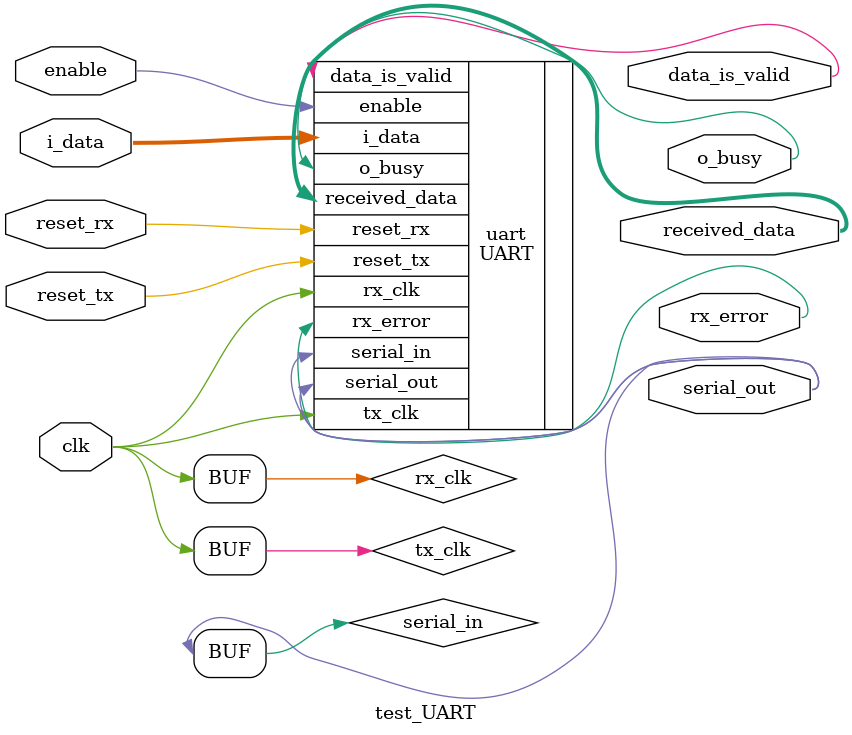
<source format=v>
`default_nettype none

`define LOOPBACK 1

module test_UART(reset_tx, reset_rx, serial_out, enable, i_data, o_busy, received_data, data_is_valid, rx_error,
`ifndef FORMAL
clk
`endif);

parameter INPUT_DATA_WIDTH = 8;
parameter PARITY_ENABLED = 1;
parameter PARITY_TYPE = 0;  // 0 = even parity, 1 = odd parity

`ifndef FORMAL
input clk;
wire tx_clk = clk;
wire rx_clk = clk;
`endif

input reset_tx, reset_rx;

// transmitter signals
input enable;
input [(INPUT_DATA_WIDTH-1):0] i_data;
output o_busy;
output serial_out;

`ifdef FORMAL
wire baud_clk;
wire [(INPUT_DATA_WIDTH+PARITY_ENABLED+1):0] shift_reg;  // Tx internal PISO
reg [(INPUT_DATA_WIDTH+PARITY_ENABLED+1):0] expected_shift_reg;
`endif

// receiver signals
wire serial_in;
output reg data_is_valid;
output reg rx_error;
output reg [(INPUT_DATA_WIDTH-1):0] received_data;

`ifdef FORMAL
localparam NUMBER_OF_BITS = INPUT_DATA_WIDTH + PARITY_ENABLED + 2;   // 1 start bit, 8 data bits, 1 parity bit, 1 stop bit
wire [($clog2(NUMBER_OF_BITS)-1) : 0] state;  // for Rx
wire serial_in_synced, start_detected, sampling_strobe, data_is_available;
`endif

UART uart(.tx_clk(tx_clk), .rx_clk(rx_clk), .reset_tx(reset_tx), .reset_rx(reset_rx), .serial_out(serial_out), .enable(enable), .o_busy(o_busy), .serial_in(serial_in), .received_data(received_data), .data_is_valid(data_is_valid), .rx_error(rx_error), 
`ifdef FORMAL
	.i_data(data_reg), .state(state), .baud_clk(baud_clk), .shift_reg(shift_reg), .serial_in_synced(serial_in_synced), .start_detected(start_detected), .sampling_strobe(sampling_strobe), .data_is_available(data_is_available)
`else
	.i_data(i_data)
`endif
);

assign serial_in = serial_out; // tx goes to rx, so that we know that our UART works at least in terms of logic-wise

`ifdef FORMAL

localparam Rx_IDLE       = 4'b0000;
localparam Rx_START_BIT  = 4'b0001;
localparam Rx_DATA_BIT_0 = 4'b0010;
localparam Rx_DATA_BIT_1 = 4'b0011;
localparam Rx_DATA_BIT_2 = 4'b0100;
localparam Rx_DATA_BIT_3 = 4'b0101;
localparam Rx_DATA_BIT_4 = 4'b0110;
localparam Rx_DATA_BIT_5 = 4'b0111;
localparam Rx_DATA_BIT_6 = 4'b1000;
localparam Rx_DATA_BIT_7 = 4'b1001;
localparam Rx_PARITY_BIT = 4'b1010;
localparam Rx_STOP_BIT   = 4'b1011;

localparam NUMBER_OF_RX_SYNCHRONIZERS = 3; // three FF synhronizers for clock domain crossing
localparam CLOCKS_PER_BIT = 8;

reg had_been_enabled;   // a signal to latch Tx 'enable' signal
reg[($clog2(NUMBER_OF_BITS)-1) : 0] cnt;  // to track the number of transmitter clock cycles (baud_clk) incurred between assertion of 'tx_in_progress' signal from Tx and assertion of 'data_is_valid' signal from Rx

reg tx_in_progress; 
reg first_clock_passed_tx, first_clock_passed_rx;

initial begin
	had_been_enabled = 0;  
	cnt = 0;
	tx_in_progress = 0;
	first_clock_passed_tx = 0;
	first_clock_passed_rx = 0;
end


// refer to https://www.allaboutcircuits.com/technical-articles/the-uart-baud-rate-clock-how-accurate-does-it-need-to-be/ for feasible ratio of tx_clk/rx_clk

localparam rx_clk_increment = 129135;  // rx_clk is slower than tx_clk by a factor of 1.015 or equivalently slower than $global_clock by a factor of (1.015*4)
localparam counter_rx_clk_bit_width = 19; // (2^19)/(1.015*4) = 129134.9754 ~= 129135
reg	[counter_rx_clk_bit_width-1:0]	counter_rx_clk = 0;
reg rx_clk = 0;

always @($global_clock)  // generation of rx_clk which is 1.5% frequency deviation from tx_clk
begin
	if(reset_rx) begin
		rx_clk <= 0;
		counter_rx_clk <= 0;	
	end
	
	else begin
		{ rx_clk, counter_rx_clk} <= counter_rx_clk + rx_clk_increment; // the actual rx_clk is slower than tx_clk by a factor 1.015 or 1.5 percent
		//if(counter_rx_clk + rx_clk_increment > {counter_rx_clk_bit_width{1'b1}}) counter_rx_clk <= 0; // restarting from zero when the addition result exceeding the maximum bitwidth
	end
end

localparam TX_CLK_THRESHOLD = 4;  // divides $global_clock by 4 to obtain ck_stb which is just a clock enable signal

reg [($clog2(TX_CLK_THRESHOLD)-1):0] counter_tx_clk = 0;
reg tx_clk = 0;

always @(*) 
begin
	assume(!reset_tx);
	assume(!reset_rx);
	cover(tx_clk);
	cover(rx_clk);
end

always @($global_clock)
begin
	if(reset_tx) counter_tx_clk <= 1; 
	
	else begin
		if(tx_clk)
		  	counter_tx_clk <= 1;    
		else
		  	counter_tx_clk <= counter_tx_clk + 1;
	end	  	
end

always @($global_clock)
begin
	if(reset_tx) tx_clk <= 0;

	else tx_clk <= (counter_tx_clk == TX_CLK_THRESHOLD-1'b1);
end

always @($global_clock)
begin
	assert(counter_tx_clk <= (TX_CLK_THRESHOLD - 1));

	if(first_clock_passed_tx) begin
		if($past(reset_tx)) begin
			assert(tx_clk == 0);
			assert(counter_tx_clk == 1);
		end

		else begin
			assert((tx_clk && $past(tx_clk)) == 0);  // asserts that tx_clk is only single pulse HIGH
			
			assert((($past(counter_tx_clk) - counter_tx_clk) == (TX_CLK_THRESHOLD-1'b1)) || ((counter_tx_clk - $past(counter_tx_clk)) == 1));  // to keep the increasing trend for induction test purpose such that tx_clk occurs at the correct period interval 
			
			if($past(counter_tx_clk) == TX_CLK_THRESHOLD-1'b1) // && (counter_tx_clk == 1)) 
				assert(tx_clk);
			else 
				assert(!tx_clk);
		end
	end
end

always @($global_clock)
begin
	assert(counter_rx_clk < (1 << counter_rx_clk_bit_width));

	if(first_clock_passed_rx) begin
		if($past(reset_rx)) begin
			assert(rx_clk == 0);
			assert(counter_rx_clk == 0);
		end

		else begin	
			assert((rx_clk && $past(rx_clk)) == 0);  // asserts that tx_clk is only single pulse HIGH
			
			if($past(reset_rx)) assert(counter_rx_clk == 0);
			
			else begin // to keep the increasing trend for induction test purpose such that tx_clk occurs at the correct period interval 
				if(counter_rx_clk == 0)
					assert(($past(counter_rx_clk) - counter_rx_clk) == rx_clk_increment);
				
				else if(counter_rx_clk >= rx_clk_increment) 
					assert((counter_rx_clk - $past(counter_rx_clk)) == rx_clk_increment);  
			end
			
			if(counter_rx_clk < rx_clk_increment)
				assert(rx_clk);
			else 
				assert(!rx_clk);
		end
	end
end

always @(posedge tx_clk) first_clock_passed_tx <= 1;

always @(posedge rx_clk) first_clock_passed_rx <= 1;

/*reg tx_had_initial_reset = 0;
reg rx_had_initial_reset = 0;
reg first_clock_passed = 0;

always @($global_clock)
begin
	first_clock_passed <= 1;

	if(first_clock_passed && !first_clock_passed_tx && !tx_had_initial_reset) begin
		tx_had_initial_reset <= 1;
		assume(reset_tx);
	end
	
	//if($past(reset_tx)) assume(!reset_tx);  // single reset pulse
	
	//if(!first_clock_passed_rx)  assume(!reset_rx && $past(reset_rx));
end*/

wire [($clog2(NUMBER_OF_BITS)-1) : 0] stop_bit_location_plus_one = stop_bit_location + 1;
wire [($clog2(NUMBER_OF_BITS)-1) : 0] stop_bit_location_plus_two = stop_bit_location_plus_one + 1;
wire [($clog2(NUMBER_OF_BITS)-1) : 0] stop_bit_location;
wire [($clog2(NUMBER_OF_BITS)-1) : 0] parity_bit_location = stop_bit_location - 1;

assign stop_bit_location = (cnt < NUMBER_OF_BITS) ? (NUMBER_OF_BITS - 1 - cnt) : 0;  // if not during UART transmission, set to zero as default for no specific reason


always @(posedge tx_clk)
begin
	assert(cnt <= NUMBER_OF_BITS);
	assert(stop_bit_location < NUMBER_OF_BITS);
	
	if(first_clock_passed_tx) begin
		if($past(reset_tx) == 0) begin 
			if(cnt < NUMBER_OF_BITS) begin
				assert(stop_bit_location == (NUMBER_OF_BITS - 1 - cnt));
			end
		end

		if($past(first_clock_passed_tx) == 0) begin
			assert($past(&shift_reg) == 1);
		end
	end
end

always @(posedge tx_clk)
begin
    if(reset_tx) begin
        cnt <= 0;
		tx_in_progress <= 0;
    end

	else if(baud_clk) begin
		if(tx_in_progress || had_been_enabled) begin
			if(cnt < NUMBER_OF_BITS) cnt <= cnt + 1;
			else cnt <= 0;
		end
		
		else cnt <= 0;
		
		tx_in_progress <= (had_been_enabled || enable);  // Tx only operates at every rising edge of 'baud_clk' (Tx's clock)
	end   
	
	else begin
        if(enable && (!had_been_enabled)) begin
    	    cnt <= 0;  
    	end
    	   	
        if((cnt == NUMBER_OF_BITS) && !had_been_enabled) begin
        	tx_in_progress <= 0;
        end

		//else tx_in_progress <= had_been_enabled;
    end
end

always @(posedge tx_clk)
begin    
    if((first_clock_passed_tx) && !($past(reset_tx)) && 
	  ((!($past(baud_clk)) && $past(tx_in_progress) && $past(had_been_enabled)) 
    || ($past(tx_in_progress) && $past(had_been_enabled)) 
    || ($past(had_been_enabled) || $past(enable)) && ($past(baud_clk)) && !($past(tx_in_progress)) 
    || (($past(baud_clk)) && $past(had_been_enabled)))) begin  // ((just finished transmitting the END bit, but baud_clk still not asserted yet) OR (still busy transmitting) OR (just enabled) OR (END bit finishes transmission with baud_clk asserted, and Tx is enabled immediately after this))
		assert(tx_in_progress);
	end
	   	
	else begin
		assert(!tx_in_progress);
	end
end

`ifdef LOOPBACK
// In a Tx->Rx joint proof, we want to assert that all the bits received by the receiver at any given point in time are equal to all the bits sent by the transmitter 

always @(posedge tx_clk) begin
	if(first_clock_passed_tx && $past(reset_tx)) begin
		assert(cnt == 0);
	end
end

always @(posedge rx_clk) begin  // for induction, checks the relationship between Tx 'cnt' and Rx 'state'
	if(first_clock_passed_tx && first_clock_passed_rx) begin
	
		if((state == Rx_IDLE) && ($past(state) == Rx_IDLE)) begin
			if(serial_in == 1)
				assert(cnt == 0);
			else
				assert(cnt == 1);
		end	
		
		else if((state == Rx_IDLE) && ($past(state) == Rx_STOP_BIT)) begin
			if(had_been_enabled) begin
				if($past(baud_clk)) begin
					if($past(enable)) assert(cnt == 0);

					else assert(cnt == 1);
				end

				else assert(cnt == 0);
			end

			else begin // for phase difference between tx and rx clks
				if(baud_clk) assert(cnt == NUMBER_OF_BITS);
				
				else assert(cnt == 0);
			end
		end
		
		else if((state >= Rx_START_BIT) && (state <= Rx_PARITY_BIT)) begin
			assert(cnt == state);
		end
		
		else begin // (state == Rx_STOP_BIT)
			if(tx_in_progress || !had_been_enabled)
				assert(cnt == state);
			else begin
				assert((cnt == 0) || (cnt == NUMBER_OF_BITS));
			end
		end
	end
end


always @(posedge rx_clk) begin
	if(first_clock_passed_rx) begin
		if(state == Rx_IDLE) begin
			if(($past(reset_rx)) || (($past(state) == Rx_IDLE)) || ($past(state, CLOCKS_PER_BIT) == Rx_STOP_BIT)) begin
				assert(received_data == {INPUT_DATA_WIDTH{1'b0}});
			end
			
			else assert(received_data == data_reg);
		end
		
		else if(state == Rx_START_BIT)
			assert(received_data == {INPUT_DATA_WIDTH{1'b0}});
			
		else if(state == Rx_DATA_BIT_0)
			assert(received_data == {INPUT_DATA_WIDTH{1'b0}});  // Rx shift reg is updated one 'sampling_strobe' cycle later than 'serial_in_synced'
			
		else if(state == Rx_STOP_BIT) begin
			if(data_is_valid) begin
				if(reset_tx) assert(data_reg == {INPUT_DATA_WIDTH{1'b1}});
				
				else assert(received_data == data_reg);
			end
			
			else
				assert(received_data == {INPUT_DATA_WIDTH{1'b0}});
		end
	end		
end


generate

genvar cnt_idx;  // for induction, checks the relationship between 'state' and 'received_data'

for(cnt_idx=Rx_DATA_BIT_1; (cnt_idx < Rx_STOP_BIT); cnt_idx=cnt_idx+1) begin

	always @($global_clock) begin
		if((first_clock_passed_tx && !$past(reset_tx) && !reset_tx) && (first_clock_passed_rx && !$past(reset_rx))) begin
			if(state == cnt_idx) begin
				assert(received_data == {data_reg[cnt_idx-NUMBER_OF_RX_SYNCHRONIZERS:0] , {(INPUT_DATA_WIDTH-cnt_idx+NUMBER_OF_RX_SYNCHRONIZERS-1){1'b0}}});
			end
		end
	end
	
end

endgenerate

`endif

wire [($clog2(INPUT_DATA_WIDTH + NUMBER_OF_BITS + NUMBER_OF_RX_SYNCHRONIZERS) - 1) : 0] data_reg_index [(INPUT_DATA_WIDTH-1) : 0];
wire [(INPUT_DATA_WIDTH-1) : 0] Tx_shift_reg_assertion;

wire tx_shift_reg_contains_data_bits = ((tx_in_progress) && (cnt > 1) && (cnt < (INPUT_DATA_WIDTH + PARITY_ENABLED)));  // shift_reg is one clock cycle before the data bits get registered to serial_out
	
// for induction purpose, checks whether the Tx PISO shift_reg is shifting out all 'INPUT_DATA_WIDTH' data bits correctly

generate
	genvar Tx_shift_reg_index;	

	for(Tx_shift_reg_index=(INPUT_DATA_WIDTH - 1); Tx_shift_reg_index >= 0; Tx_shift_reg_index=Tx_shift_reg_index-1) 
	begin : assert_Tx_shift_reg_label

		// predicate logic simplification using deMorgan Theorem
		// if (A and B) assert(C); is the same as assert((!A) || (!B) || C);  

		assign data_reg_index[Tx_shift_reg_index] = (Tx_shift_reg_index <= (INPUT_DATA_WIDTH - cnt)) ? (Tx_shift_reg_index + cnt - 1) : (INPUT_DATA_WIDTH - 1);

		assign Tx_shift_reg_assertion[Tx_shift_reg_index] = (!(Tx_shift_reg_index <= (INPUT_DATA_WIDTH - cnt))) || (!tx_shift_reg_contains_data_bits) || (shift_reg[Tx_shift_reg_index] == data_reg[data_reg_index[Tx_shift_reg_index]]);    
		
		always @(posedge tx_clk) begin 			
			assert(Tx_shift_reg_assertion[Tx_shift_reg_index]);
		end
		
		/*
		always @(*) begin
			if(Tx_shift_reg_index <= (INPUT_DATA_WIDTH - cnt)) begin
			
				data_reg_index[Tx_shift_reg_index] = Tx_shift_reg_index + cnt - 1;	

				if(tx_shift_reg_contains_data_bits) begin
					Tx_shift_reg_assertion[Tx_shift_reg_index] = (shift_reg[Tx_shift_reg_index] == data_reg[data_reg_index[Tx_shift_reg_index]]);
					
					assert(Tx_shift_reg_assertion[Tx_shift_reg_index]);
				end
			end
		end*/
	end
endgenerate

generate
	genvar Tx_index;	

	for(Tx_index = 1; (Tx_index > 1) && (Tx_index < (INPUT_DATA_WIDTH + PARITY_ENABLED + 1)); Tx_index=Tx_index+1) 
	begin 

		always@(posedge tx_clk) begin
			if(!reset_tx && tx_in_progress && first_clock_passed_tx) begin
				if(cnt == Tx_index) begin  // during UART data bits transmission
					expected_shift_reg <= {{(Tx_index){1'b0}} , 1'b1, (^data_reg), data_reg[INPUT_DATA_WIDTH-1:cnt-1]};
					
					assert(shift_reg == $past(expected_shift_reg));
				end
			end
		end
	end
endgenerate
							
always @(posedge tx_clk)
begin
    if(first_clock_passed_tx && $past(reset_tx)) begin
    	assert(&shift_reg == 1);
    	assert(cnt == 0);
    end	
end
			
always @(posedge tx_clk)
begin
	if(first_clock_passed_tx) begin
		if($past(reset_tx)) begin
			assert(!had_been_enabled);
		end   

		else begin
		    if((($past(tx_in_progress)) && ($past(cnt) == NUMBER_OF_BITS) && !($past(enable))) || (!$past(had_been_enabled) && !tx_in_progress && !$past(enable))) 
		    	assert(!had_been_enabled);
			
			else assert(had_been_enabled);
		end		
	end	
end	
	
wire [INPUT_DATA_WIDTH-1:0] data_reg; // this variable stores the tx data for a particular tx transmission

always @(*)
begin
    if(reset_tx) begin
    	data_reg <= {INPUT_DATA_WIDTH{1'b1}};
    	assert(data_reg == {INPUT_DATA_WIDTH{1'b1}});
    end
    
    else if(enable && (!had_been_enabled)) begin
    	data_reg <= i_data;  // this is more realistic, we only want i_data whenever enable signal is asserted
    	assert(data_reg == i_data);
    end
    
    else if(tx_in_progress && (cnt == NUMBER_OF_BITS)) begin  // UART stop bit transmission which signifies the end of UART transmission			
		if(enable) begin
			data_reg <= i_data;
			assert(data_reg == i_data);
		end
	end
end

always @(posedge tx_clk)
begin
    if(reset_tx) begin
    	had_been_enabled <= 0;
    end
    
    else if(enable && (!had_been_enabled)) begin
    	had_been_enabled <= 1;
    end
    
    else if(tx_in_progress && (cnt == NUMBER_OF_BITS)) begin  // UART stop bit transmission which signifies the end of UART transmission
			
		if(enable) begin
			had_been_enabled <= 1;
		end
		
		else begin
		 	had_been_enabled <= 0;
		end
	end
	
	//else had_been_enabled <= 0;
end
							
always @(posedge tx_clk)
begin
    if(enable && (!had_been_enabled)) begin           
	    
	    if((|shift_reg == 0) && (stop_bit_location == 0))  // just finished transmission
	    	assert(cnt == NUMBER_OF_BITS);
	    else 
	    	assert(cnt == 0);
	    
    	assert(serial_out == 1);
    	assert(o_busy == 0);
    end

	else if((!tx_in_progress) && (had_been_enabled)) begin // waiting for the start of UART transmission
		assert((cnt == 0) || (cnt == NUMBER_OF_BITS));
		assert(serial_out == 1);
		assert(shift_reg == {1'b1, ^data_reg, data_reg, 1'b0});  // ^data is even parity bit
		
		assert(o_busy == 1);
	end

	else if(tx_in_progress) begin
		if(cnt == 0) begin
			if(first_clock_passed_tx) begin
		 		if (!$past(enable) && !$past(had_been_enabled)) 
		 			assert(!had_been_enabled);
		 		else
		 			assert(had_been_enabled);
		 	end
		 	
		 	else assert(!had_been_enabled); // not enabled at the beginning of time
		end
		
		else if(((cnt >= 1) && (cnt <= NUMBER_OF_BITS-1)) || ((cnt == NUMBER_OF_BITS) && ($past(cnt) == NUMBER_OF_BITS-1))) assert(had_been_enabled);
	
		if(cnt == 1) begin
			assert(serial_out == 0);  // start bit
			assert(shift_reg == {1'b0, 1'b1, (^data_reg), data_reg});
			assert(o_busy == 1);
		end
		
		else if((cnt > 1) && (cnt < (INPUT_DATA_WIDTH + PARITY_ENABLED + 1))) begin  // during UART data bits transmission
			
			assert(shift_reg == {1'b1, (^data_reg), data_reg, 1'b0 } >> cnt);
			if($past(baud_clk)) assert(serial_out == $past(shift_reg[0]));
			assert(shift_reg[stop_bit_location] == 1);					
			assert(o_busy == 1);				
		end
		
		else if(cnt == (INPUT_DATA_WIDTH + PARITY_ENABLED + 1)) begin  // during UART parity bit transmission
		
			//assert((state - cnt + NUMBER_OF_RX_SYNCHRONIZERS) == Rx_PARITY_BIT);

			assert(serial_out == (^data_reg));
			assert(shift_reg == 1);
			//assert(data_is_valid == 0);					
			assert(o_busy == 1);				
		end
		
		else if(cnt == NUMBER_OF_BITS) begin  // UART stop bit transmission which signifies the end of UART transmission
			
			assert(serial_out == 1); // stop bit
			
			if(($past(enable) && !($past(o_busy)) && (had_been_enabled)) | (shift_reg != 0)) begin 	// Tx is requested to start next series of data transmission OR Tx is now being prepared for the next series
				
				assert(shift_reg == {1'b1, (^data_reg), data_reg, 1'b0} );   // transmit LSB first: 1 = stop bit, parity_bit, data_bits, 0 = start bit 
			end
			
			else begin
				assert(shift_reg == 0);
			end
			
			if($past(shift_reg) == 1) begin
				assert(o_busy);
			end
			
			else begin
				if(($past(enable) && !($past(o_busy)) && (had_been_enabled)) | (shift_reg != 0)) begin
					assert(o_busy);
				end
				
				else begin
					assert(!o_busy);
				end
			end
		end
		
		else begin  // UART Rx internal states
			assert(cnt == 0);  // cnt gets reset to zero
		end
	end
end

always @(posedge rx_clk) 
begin
	if(first_clock_passed_rx) begin
		if(tx_in_progress) begin  // UART Rx internal states
			
			//assert(cnt == 0);  // cnt gets reset to zero

			if(state == Rx_IDLE) begin
				assert(data_is_valid == 0);
				
				if($past(serial_in, NUMBER_OF_RX_SYNCHRONIZERS)) // || !$past(first_clock_passed, NUMBER_OF_RX_SYNCHRONIZERS))
					assert(serial_in_synced == 1);
				else
					assert(serial_in_synced == 0);	// start bit falling edge		
			end

			else if(state == Rx_START_BIT) begin
				assert(data_is_valid == 0);
				assert(serial_in_synced == 0);				
			end

			else if((state > Rx_START_BIT) && (state < Rx_PARITY_BIT)) begin // data bits
				assert(data_is_valid == 0);	
				
				if($past(sampling_strobe) && $past(data_is_available))
					assert($past(serial_in_synced) == received_data[INPUT_DATA_WIDTH-1]);	
					
				else assert($past(serial_in, NUMBER_OF_RX_SYNCHRONIZERS) == serial_in_synced);	
			end

			else if(state == Rx_PARITY_BIT) begin
				assert(data_is_valid == 0);
				if(!reset_tx) assert(serial_in == ^data_reg);			
			end
					
			else begin // if(state == Rx_STOP_BIT) begin  // end of one UART transaction (both transmitting and receiving)
				assert(state == Rx_STOP_BIT);
				assert(serial_in == 1);
				
				if(($past(state) == Rx_PARITY_BIT) && (state == Rx_STOP_BIT)) begin
					assert(data_is_valid == 1);
				end
				
				else assert(data_is_valid == 0);
			end
		end
			
		else begin  // UART Tx is idling, still waiting for ((next enable signal) && (baud_clk))
			if(!had_been_enabled) 
			begin
				if(shift_reg == 0) begin
					if((($past(state) == Rx_IDLE) && !$past(start_detected)) || $past(reset_rx)) begin
						assert(state == Rx_IDLE);
					end
					
					else begin
						assert(state != Rx_START_BIT);
					end		
				end	  
			
				else begin //if(&shift_reg == 1) begin  // Tx is waiting to be enabled for the first time
					assert(cnt == 0);
					assert(&shift_reg == 1);
					
					if(($past(state) == Rx_IDLE) && $past(start_detected) && !$past(reset_rx)) begin
						assert(state == Rx_START_BIT);
					end
					
					else begin
						assert(state == Rx_IDLE);  // rx is idle too since this is a loopback
					end
				end		
			end  
		end
	end
end

always @(posedge tx_clk)
begin
	if(!tx_in_progress) // UART Tx is idling, still waiting for ((next enable signal) && (baud_clk))
	begin
	    if($past(enable) && !($past(had_been_enabled))) begin
    	    assert((cnt == 0) || (cnt == NUMBER_OF_BITS));
    	end
    	
	    assert(serial_out == 1);
	    
	    if(!had_been_enabled && first_clock_passed_tx) begin
			if($past(cnt) == NUMBER_OF_BITS) begin  // Tx had just finished
				if($past(reset_tx)) begin
					assert(&shift_reg == 1);
				end					

				else begin
					assert(shift_reg == 0);
				end
			end

			if($past(shift_reg) == 0) begin  // Tx is waiting to be enabled again after a transmission
				if($past(reset_tx)) begin
					assert(&shift_reg == 1);
				end
				
				else begin
					assert(shift_reg == 0);
				end
			end

			else begin //if(&shift_reg == 1) begin  // Tx is waiting to be enabled for the first time
				assert(cnt == 0);
				assert(&shift_reg == 1);
			end
	    end
	end
end

always @(posedge tx_clk)
begin	
	if(!$past(reset_tx) && $past(baud_clk) && first_clock_passed_tx) begin
		if((had_been_enabled) && (!$past(had_been_enabled))) begin  // Tx starts transmission now
			assert(!$past(o_busy));
			assert(o_busy);  
		end

		else if(((had_been_enabled) && ($past(had_been_enabled))) || $past(tx_in_progress)) begin  // Tx is in the midst of transmission
			if(($past(shift_reg) == 0) && (shift_reg == 0)) begin
				assert(!o_busy);
			end
			
			else begin
				assert(o_busy);
			end
		end

		else if((!had_been_enabled) && ($past(had_been_enabled))) begin  // Tx finished transmission
		
			if(first_clock_passed_tx) begin
				assert($past(serial_out) == 1);
			
				assert(($past(o_busy)) && (!o_busy));
						
				if($past(enable)) begin
					assert(o_busy);
				end
			end
		end
		
		else begin  // Tx had not been enabled yet
			//assert(cnt == 0);
			assert(!o_busy);
			assert(serial_out == 1);
		end
	end
end

// All inputs synchronous to a particular clock should have such following assumption.
always @($global_clock) if (!$rose(tx_clk)) assume($stable(enable)); 
always @($global_clock) if (!$rose(tx_clk)) assume($stable(i_data)); 
always @($global_clock) if (!$rose(tx_clk)) assume($stable(reset_tx)); 
always @($global_clock) if (!$rose(rx_clk)) assume($stable(reset_rx)); 

always @($global_clock)
begin
    if(reset_tx | o_busy) begin
        assume(enable == 0);
    end
end

always @(posedge tx_clk)
begin    
    if(reset_tx)  assert(data_reg == {INPUT_DATA_WIDTH{1'b1}});
    
    else if(enable)  assert(data_reg == i_data); // data_reg only changes when enable signal is asserted 
end

always @($global_clock)
begin
	if(!reset_tx && !enable && !(first_clock_passed_tx && (!$past(first_clock_passed_tx)))) assert(data_reg == $past(data_reg)); 
end

/*always @(posedge tx_clk)	
begin
	if((had_been_enabled) || (!data_is_valid) || ((!$past(data_is_valid)) && (data_is_valid)) || (state == Rx_STOP_BIT) || ((data_is_valid) && ($past(state) == Rx_STOP_BIT))) begin
		assume($past(i_data) == i_data);  // must not change until Rx and Tx data comparison is done
	end
end*/

always @(posedge rx_clk)
begin
    assert(!rx_error);   // no parity error

	assert((data_is_valid && $past(data_is_valid)) == 0);  // data_is_valid is only one clock pulse high

	if((!$past(reset_tx)) && (state <= Rx_STOP_BIT) && (first_clock_passed_rx) && (tx_in_progress) && ($past(tx_in_progress)) && ($past(baud_clk))) begin
		assert(cnt - $past(cnt) == 1);
	end
end

`endif

endmodule

</source>
